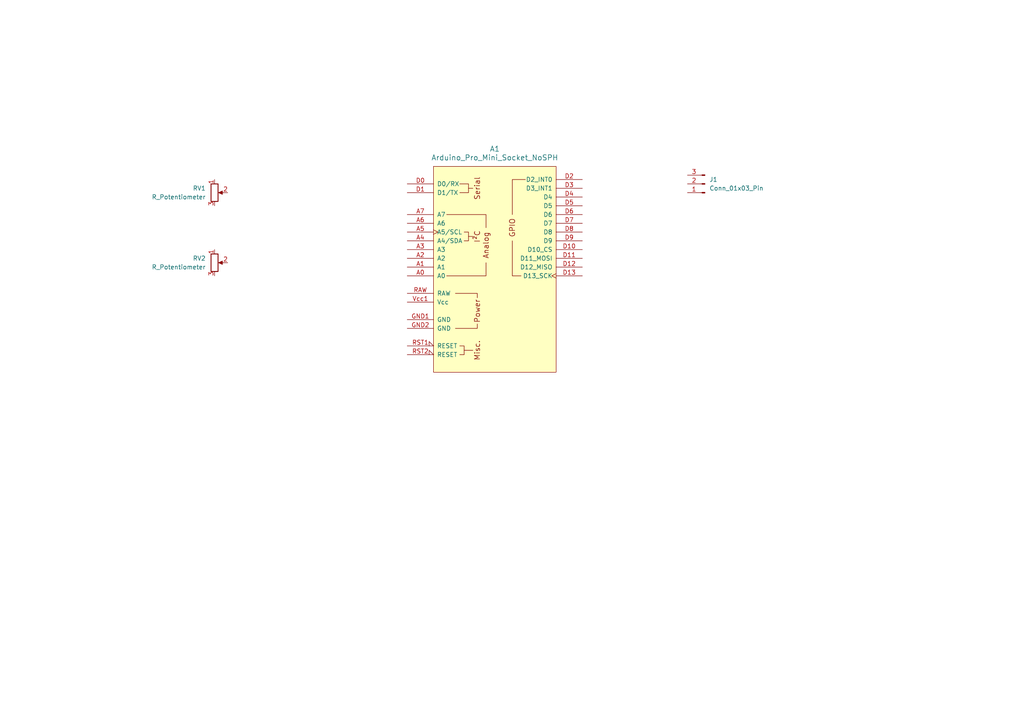
<source format=kicad_sch>
(kicad_sch (version 20250114) (generator "eeschema") (generator_version "9.0")
  (paper "A4")
  (lib_symbols
    (symbol "Connector:Conn_01x03_Pin" (pin_names (offset 1.016) (hide yes))
      (property "Reference" "J" (at 0 5.08 0))
      (property "Value" "Conn_01x03_Pin" (at 0 -5.08 0))
      (symbol "Conn_01x03_Pin_1_1"
        (rectangle (start 0.8636 2.667) (end 0 2.413) (stroke (width 0.1524)) (fill (type outline)))
        (rectangle (start 0.8636 0.127) (end 0 -0.127) (stroke (width 0.1524)) (fill (type outline)))
        (rectangle (start 0.8636 -2.413) (end 0 -2.667) (stroke (width 0.1524)) (fill (type outline)))
        (polyline (pts (xy 1.27 2.54) (xy 0.8636 2.54)) (stroke (width 0.1524)))
        (polyline (pts (xy 1.27 0) (xy 0.8636 0)) (stroke (width 0.1524)))
        (polyline (pts (xy 1.27 -2.54) (xy 0.8636 -2.54)) (stroke (width 0.1524)))
        (pin passive line (at 5.08 2.54 180) (length 3.81) (name "Pin_1") (number "1"))
        (pin passive line (at 5.08 0 180) (length 3.81) (name "Pin_2") (number "2"))
        (pin passive line (at 5.08 -2.54 180) (length 3.81) (name "Pin_3") (number "3"))
      )
    )
    (symbol "Device:R_Potentiometer" (pin_names (offset 1.016) (hide yes))
      (property "Reference" "RV" (at -4.445 0 90))
      (property "Value" "R_Potentiometer" (at -2.54 0 90))
      (symbol "R_Potentiometer_0_1"
        (rectangle (start 1.016 2.54) (end -1.016 -2.54) (stroke (width 0.254)))
        (polyline (pts (xy 1.143 0) (xy 2.286 0.508) (xy 2.286 -0.508) (xy 1.143 0)) (fill (type outline)))
        (polyline (pts (xy 2.54 0) (xy 1.524 0)))
      )
      (symbol "R_Potentiometer_1_1"
        (pin passive line (at 0 3.81 270) (length 1.27) (name "1") (number "1"))
        (pin passive line (at 0 -3.81 90) (length 1.27) (name "3") (number "3"))
        (pin passive line (at 3.81 0 180) (length 1.27) (name "2") (number "2"))
      )
    )
    (symbol "arduino-library:Arduino_Pro_Mini_Socket_NoSPH" (pin_names (offset 1.016))
      (property "Reference" "A" (at 0 36.83 0))
      (property "Value" "Arduino_Pro_Mini_Socket_NoSPH" (at 0 33.02 0))
      (symbol "Arduino_Pro_Mini_Socket_NoSPH_0_0"
        (rectangle (start -17.78 30.48) (end 17.78 -29.21) (fill (type background)))
        (polyline (pts (xy -11.43 -16.51) (xy -5.08 -16.51) (xy -5.08 -15.24)))
        (polyline (pts (xy -10.16 25.4) (xy -7.62 25.4) (xy -7.62 22.86) (xy -10.16 22.86)))
        (polyline (pts (xy -8.89 11.43) (xy -7.62 11.43) (xy -7.62 8.89) (xy -8.89 8.89)))
        (polyline (pts (xy -7.62 24.13) (xy -6.35 24.13)))
        (polyline (pts (xy -7.62 10.16) (xy -6.35 10.16)))
        (polyline (pts (xy -6.35 -22.86) (xy -8.89 -22.86)))
        (polyline (pts (xy -5.08 -7.62) (xy -5.08 -6.35) (xy -11.43 -6.35)))
        (polyline (pts (xy -2.54 12.7) (xy -2.54 16.51) (xy -13.97 16.51)))
        (polyline (pts (xy -2.54 2.54) (xy -2.54 -1.27) (xy -13.97 -1.27)))
        (text "Serial" (at -5.08 24.13 900) (effects (font (size 1.524 1.524))))
        (text "I²C" (at -5.08 10.16 900) (effects (font (size 1.524 1.524))))
        (text "Power" (at -5.08 -11.43 900) (effects (font (size 1.524 1.524))))
        (text "Misc." (at -5.08 -22.86 900) (effects (font (size 1.524 1.524))))
        (text "Analog" (at -2.54 7.62 900) (effects (font (size 1.524 1.524))))
      )
      (symbol "Arduino_Pro_Mini_Socket_NoSPH_0_1"
        (polyline (pts (xy -10.16 -24.13) (xy -8.89 -24.13) (xy -8.89 -21.59) (xy -10.16 -21.59)))
        (polyline (pts (xy 7.62 -1.27) (xy 5.08 -1.27) (xy 5.08 8.89)))
        (polyline (pts (xy 8.89 26.67) (xy 5.08 26.67) (xy 5.08 16.51)))
      )
      (symbol "Arduino_Pro_Mini_Socket_NoSPH_1_0"
        (text "GPIO" (at 5.08 12.7 900) (effects (font (size 1.524 1.524))))
      )
      (symbol "Arduino_Pro_Mini_Socket_NoSPH_1_1"
        (pin bidirectional line (at -25.4 25.4 0) (length 7.62) (name "D0/RX") (number "D0"))
        (pin bidirectional line (at -25.4 22.86 0) (length 7.62) (name "D1/TX") (number "D1"))
        (pin input line (at -25.4 16.51 0) (length 7.62) (name "A7") (number "A7"))
        (pin input line (at -25.4 13.97 0) (length 7.62) (name "A6") (number "A6"))
        (pin bidirectional clock (at -25.4 11.43 0) (length 7.62) (name "A5/SCL") (number "A5"))
        (pin bidirectional line (at -25.4 8.89 0) (length 7.62) (name "A4/SDA") (number "A4"))
        (pin bidirectional line (at -25.4 6.35 0) (length 7.62) (name "A3") (number "A3"))
        (pin bidirectional line (at -25.4 3.81 0) (length 7.62) (name "A2") (number "A2"))
        (pin bidirectional line (at -25.4 1.27 0) (length 7.62) (name "A1") (number "A1"))
        (pin bidirectional line (at -25.4 -1.27 0) (length 7.62) (name "A0") (number "A0"))
        (pin power_in line (at -25.4 -6.35 0) (length 7.62) (name "RAW") (number "RAW"))
        (pin power_in line (at -25.4 -8.89 0) (length 7.62) (name "Vcc") (number "Vcc1"))
        (pin power_in line (at -25.4 -13.97 0) (length 7.62) (name "GND") (number "GND1"))
        (pin power_in line (at -25.4 -16.51 0) (length 7.62) (name "GND") (number "GND2"))
        (pin open_collector input_low (at -25.4 -21.59 0) (length 7.62) (name "RESET") (number "RST1"))
        (pin open_collector input_low (at -25.4 -24.13 0) (length 7.62) (name "RESET") (number "RST2"))
        (pin bidirectional line (at 25.4 26.67 180) (length 7.62) (name "D2_INT0") (number "D2"))
        (pin bidirectional line (at 25.4 24.13 180) (length 7.62) (name "D3_INT1") (number "D3"))
        (pin bidirectional line (at 25.4 21.59 180) (length 7.62) (name "D4") (number "D4"))
        (pin bidirectional line (at 25.4 19.05 180) (length 7.62) (name "D5") (number "D5"))
        (pin bidirectional line (at 25.4 16.51 180) (length 7.62) (name "D6") (number "D6"))
        (pin bidirectional line (at 25.4 13.97 180) (length 7.62) (name "D7") (number "D7"))
        (pin bidirectional line (at 25.4 11.43 180) (length 7.62) (name "D8") (number "D8"))
        (pin bidirectional line (at 25.4 8.89 180) (length 7.62) (name "D9") (number "D9"))
        (pin bidirectional line (at 25.4 6.35 180) (length 7.62) (name "D10_CS") (number "D10"))
        (pin bidirectional line (at 25.4 3.81 180) (length 7.62) (name "D11_MOSI") (number "D11"))
        (pin bidirectional line (at 25.4 1.27 180) (length 7.62) (name "D12_MISO") (number "D12"))
        (pin bidirectional clock (at 25.4 -1.27 180) (length 7.62) (name "D13_SCK") (number "D13"))
      )
    )
  )
  (symbol (lib_id "Device:R_Potentiometer") (at 62.23 55.88 0) (unit 1)
    (property "Reference" "RV1" (at 59.69 54.6099 0) (effects (justify right)))
    (property "Value" "R_Potentiometer" (at 59.69 57.1499 0) (effects (justify right)))
    (property "Description" "Potentiometer" (effects (hide yes)))
  )
  (symbol (lib_id "Connector:Conn_01x03_Pin") (at 204.47 53.34 180) (unit 1)
    (property "Reference" "J1" (at 205.74 52.0699 0) (effects (justify right)))
    (property "Value" "Conn_01x03_Pin" (at 205.74 54.6099 0) (effects (justify right)))
    (property "Description" "Generic connector, single row, 01x03, script generated" (effects (hide yes)))
  )
  (symbol (lib_id "arduino-library:Arduino_Pro_Mini_Socket_NoSPH") (at 143.51 78.74 0) (unit 1)
    (property "Reference" "A1" (at 143.51 43.18 0) (effects (font (size 1.524 1.524))))
    (property "Value" "Arduino_Pro_Mini_Socket_NoSPH" (at 143.51 45.72 0) (effects (font (size 1.524 1.524))))
    (property "Footprint" "PCM_arduino-library:Arduino_Pro_Mini_Socket_NoSPH" (effects (hide yes)))
    (property "Datasheet" "https://docs.arduino.cc/retired/boards/arduino-pro-mini" (effects (hide yes)))
    (property "Description" "Socket for Arduino Pro Mini (without Programming Header Pins)" (effects (hide yes)))
  )
  (symbol (lib_id "Device:R_Potentiometer") (at 62.23 76.2 0) (unit 1)
    (property "Reference" "RV2" (at 59.69 74.9299 0) (effects (justify right)))
    (property "Value" "R_Potentiometer" (at 59.69 77.4699 0) (effects (justify right)))
    (property "Description" "Potentiometer" (effects (hide yes)))
  )
)
</source>
